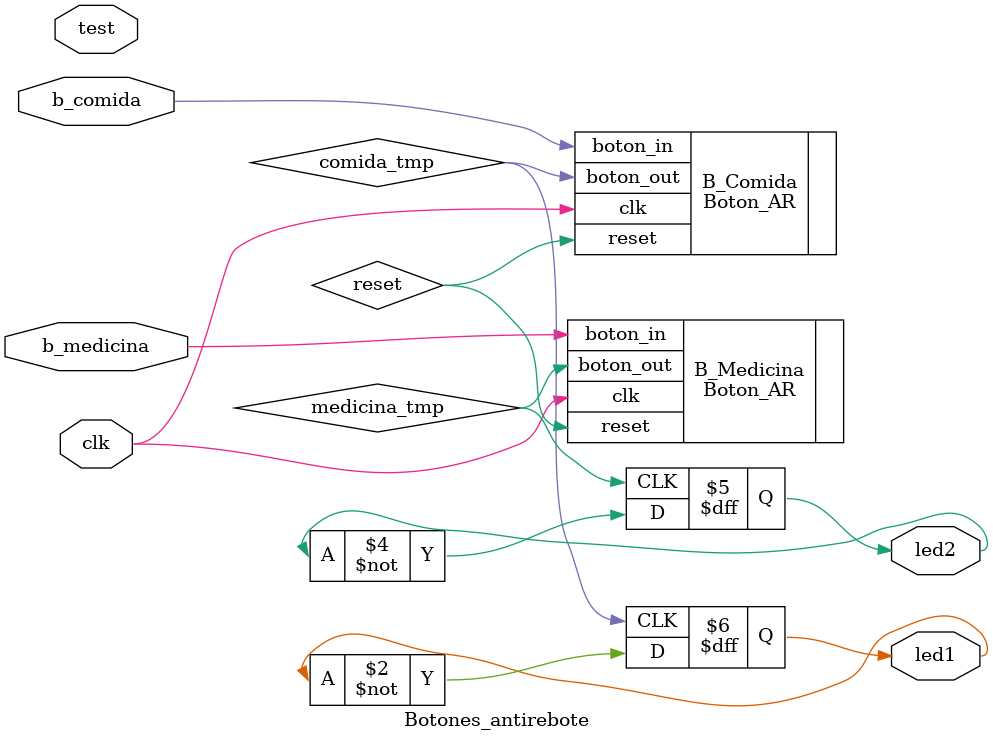
<source format=v>
`include "Top/boton_antirebote.v"

module Botones_antirebote(
	input clk,
	input test,
	input b_comida,
	input b_medicina,
	output reg led1,
	output reg led2
);

wire comida_tmp;
wire medicina_tmp;

Boton_AR #(1500000) B_Medicina (.reset(reset), .clk(clk), .boton_in(b_medicina), .boton_out(medicina_tmp));
Boton_AR #(1500000) B_Comida ( .reset(reset), .clk(clk), .boton_in(b_comida), .boton_out(comida_tmp));

always @(posedge comida_tmp) begin
	led1=~led1;
end

always @(posedge medicina_tmp) begin
	led2=~led2;
end


endmodule
</source>
